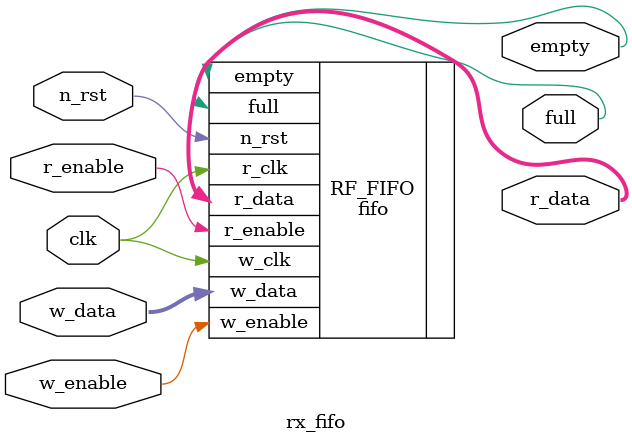
<source format=sv>

module rx_fifo
(
	input wire clk,
	input wire n_rst,
	input wire r_enable,
	input wire w_enable,
	input wire [7:0] w_data,
	output wire [7:0] r_data,
	output wire empty,
	output wire full

);


	fifo RF_FIFO (.r_clk(clk),.w_clk(clk),.n_rst(n_rst),.r_enable(r_enable),.w_enable(w_enable),.w_data(w_data),.r_data(r_data),.empty(empty),.full(full));


endmodule

</source>
